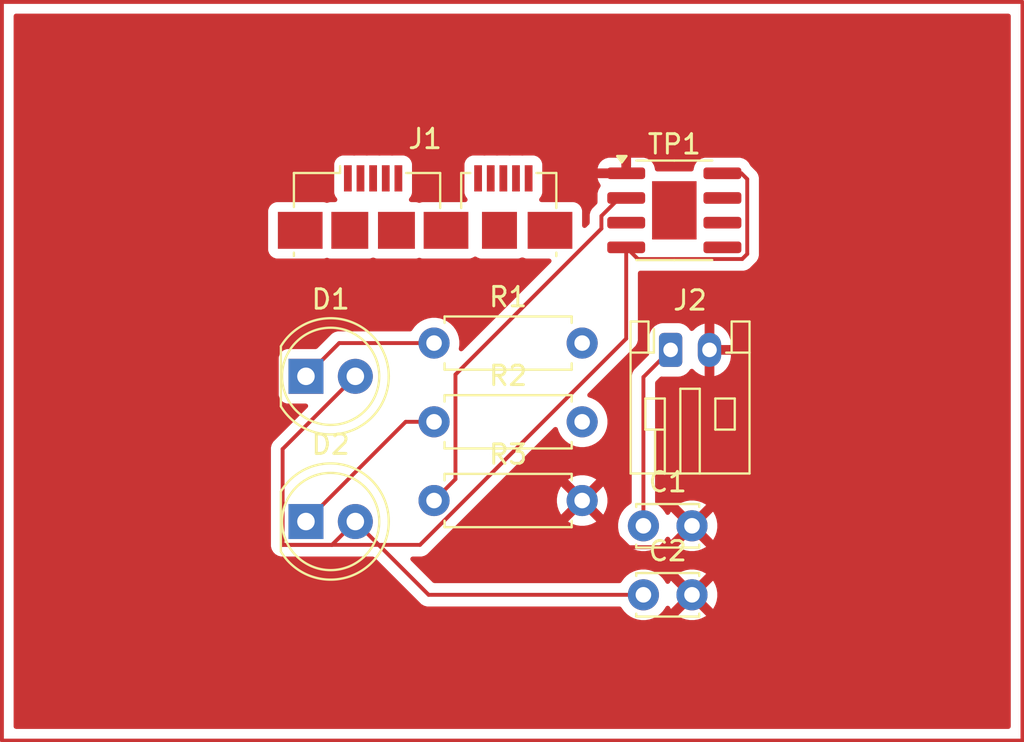
<source format=kicad_pcb>
(kicad_pcb (version 20241229) (generator "pcbnew") (generator_version "9.0")
  (layers (0 "F.Cu" signal) (2 "B.Cu" signal) (13 "F.Paste" user) (15 "B.Paste" user) (5 "F.SilkS" user "F.Silkscreen") (7 "B.SilkS" user "B.Silkscreen") (1 "F.Mask" user) (3 "B.Mask" user) (25 "Edge.Cuts" user))
  (net 0 "")
  (net 1 "GND")
  (net 2 "VD")
  (net 3 "VCC")
  (net 4 "Net-(D1-K)")
  (net 5 "Net-(D2-K)")
  (net 6 "Net-(TP1-CHRG)")
  (net 7 "Net-(TP1-STDBY)")
  (net 8 "Net-(TP1-PROG)")
  (footprint "Capacitor_THT:C_Disc_D3.0mm_W2.0mm_P2.50mm" (layer "F.Cu") (at 143.5 100.5)
    (property "Reference" "C2" (at 1.25 -2.25 0) (layer "F.SilkS"))
    (property "Value" "10 uf")
    (fp_line (start -0.37 -1.12) (end -0.37 -0.972) (stroke (width 0.12)) (layer "F.SilkS"))
    (fp_line (start -0.37 -1.12) (end 2.87 -1.12) (stroke (width 0.12)) (layer "F.SilkS"))
    (fp_line (start -0.37 0.972) (end -0.37 1.12) (stroke (width 0.12)) (layer "F.SilkS"))
    (fp_line (start -0.37 1.12) (end 2.87 1.12) (stroke (width 0.12)) (layer "F.SilkS"))
    (fp_line (start 2.87 -1.12) (end 2.87 -0.972) (stroke (width 0.12)) (layer "F.SilkS"))
    (fp_line (start 2.87 0.972) (end 2.87 1.12) (stroke (width 0.12)) (layer "F.SilkS"))
    (pad "1" thru_hole circle (at 0 0) (size 1.6 1.6) (drill 0.8) (layers "*.Cu" "*.Mask") (net 3 "VCC"))
    (pad "2" thru_hole circle (at 2.5 0) (size 1.6 1.6) (drill 0.8) (layers "*.Cu" "*.Mask") (net 1 "GND"))
  )
  (footprint "Connector_USB:USB3_Micro-B_Connfly_DS1104-01" (layer "F.Cu") (at 132.27 80.55)
    (property "Reference" "J1" (at 0 -3.507 0) (layer "F.SilkS"))
    (property "Value" "USB_C_Receptacle_PowerOnly_6P")
    (fp_line (start -6.75 -1.75) (end -6.75 0) (stroke (width 0.12)) (layer "F.SilkS"))
    (fp_line (start -6.75 2.35) (end -6.75 2.525) (stroke (width 0.12)) (layer "F.SilkS"))
    (fp_line (start -4.375 -2.1) (end -4.375 -1.75) (stroke (width 0.12)) (layer "F.SilkS"))
    (fp_line (start -4.375 -1.75) (end -6.75 -1.75) (stroke (width 0.12)) (layer "F.SilkS"))
    (fp_line (start 0.775 -1.75) (end -0.975 -1.75) (stroke (width 0.12)) (layer "F.SilkS"))
    (fp_line (start 0.775 -1.75) (end 0.775 0.05) (stroke (width 0.12)) (layer "F.SilkS"))
    (fp_line (start 1.855 -1.75) (end 1.855 0.05) (stroke (width 0.12)) (layer "F.SilkS"))
    (fp_line (start 2.325 -1.75) (end 1.855 -1.75) (stroke (width 0.12)) (layer "F.SilkS"))
    (fp_line (start 5.725 -1.75) (end 6.75 -1.75) (stroke (width 0.12)) (layer "F.SilkS"))
    (fp_line (start 6.75 -1.75) (end 6.75 0.05) (stroke (width 0.12)) (layer "F.SilkS"))
    (fp_line (start 6.75 2.35) (end 6.75 2.525) (stroke (width 0.12)) (layer "F.SilkS"))
    (pad "1" smd rect (at -3.975 -1.475) (size 0.4 1.35) (layers "F.Cu" "F.Mask" "F.Paste"))
    (pad "2" smd rect (at -3.325 -1.475) (size 0.4 1.35) (layers "F.Cu" "F.Mask" "F.Paste"))
    (pad "3" smd rect (at -2.675 -1.475) (size 0.4 1.35) (layers "F.Cu" "F.Mask" "F.Paste"))
    (pad "4" smd rect (at -2.025 -1.475) (size 0.4 1.35) (layers "F.Cu" "F.Mask" "F.Paste"))
    (pad "5" smd rect (at -1.375 -1.475) (size 0.4 1.35) (layers "F.Cu" "F.Mask" "F.Paste"))
    (pad "6" smd rect (at 2.725 -1.475) (size 0.4 1.35) (layers "F.Cu" "F.Mask" "F.Paste"))
    (pad "7" smd rect (at 3.375 -1.475) (size 0.4 1.35) (layers "F.Cu" "F.Mask" "F.Paste"))
    (pad "8" smd rect (at 4.025 -1.475) (size 0.4 1.35) (layers "F.Cu" "F.Mask" "F.Paste"))
    (pad "9" smd rect (at 4.675 -1.475) (size 0.4 1.35) (layers "F.Cu" "F.Mask" "F.Paste"))
    (pad "10" smd rect (at 5.325 -1.475) (size 0.4 1.35) (layers "F.Cu" "F.Mask" "F.Paste"))
    (pad "11" smd rect (at -6.425 1.2) (size 2.3 1.9) (layers "F.Cu" "F.Mask" "F.Paste"))
    (pad "11" smd rect (at -3.875 1.2) (size 1.9 1.9) (layers "F.Cu" "F.Mask" "F.Paste"))
    (pad "11" smd rect (at -1.475 1.2) (size 1.9 1.9) (layers "F.Cu" "F.Mask" "F.Paste"))
    (pad "11" smd rect (at 1.075 1.2) (size 2.3 1.9) (layers "F.Cu" "F.Mask" "F.Paste"))
    (pad "11" smd rect (at 3.825 1.2) (size 1.8 1.9) (layers "F.Cu" "F.Mask" "F.Paste"))
    (pad "11" smd rect (at 6.425 1.2) (size 2.3 1.9) (layers "F.Cu" "F.Mask" "F.Paste"))
  )
  (footprint "Resistor_THT:R_Axial_DIN0207_L6.3mm_D2.5mm_P7.62mm_Horizontal" (layer "F.Cu") (at 132.73 95.65)
    (property "Reference" "R3" (at 3.81 -2.37 0) (layer "F.SilkS"))
    (property "Value" "10k")
    (fp_line (start 0.54 -1.37) (end 7.08 -1.37) (stroke (width 0.12)) (layer "F.SilkS"))
    (fp_line (start 0.54 -1.04) (end 0.54 -1.37) (stroke (width 0.12)) (layer "F.SilkS"))
    (fp_line (start 0.54 1.04) (end 0.54 1.37) (stroke (width 0.12)) (layer "F.SilkS"))
    (fp_line (start 0.54 1.37) (end 7.08 1.37) (stroke (width 0.12)) (layer "F.SilkS"))
    (fp_line (start 7.08 -1.37) (end 7.08 -1.04) (stroke (width 0.12)) (layer "F.SilkS"))
    (fp_line (start 7.08 1.37) (end 7.08 1.04) (stroke (width 0.12)) (layer "F.SilkS"))
    (pad "1" thru_hole circle (at 0 0) (size 1.6 1.6) (drill 0.8) (layers "*.Cu" "*.Mask") (net 8 "Net-(TP1-PROG)"))
    (pad "2" thru_hole circle (at 7.62 0) (size 1.6 1.6) (drill 0.8) (layers "*.Cu" "*.Mask") (net 1 "GND"))
  )
  (footprint "Resistor_THT:R_Axial_DIN0207_L6.3mm_D2.5mm_P7.62mm_Horizontal" (layer "F.Cu") (at 132.73 91.6)
    (property "Reference" "R2" (at 3.81 -2.37 0) (layer "F.SilkS"))
    (property "Value" "100")
    (fp_line (start 0.54 -1.37) (end 7.08 -1.37) (stroke (width 0.12)) (layer "F.SilkS"))
    (fp_line (start 0.54 -1.04) (end 0.54 -1.37) (stroke (width 0.12)) (layer "F.SilkS"))
    (fp_line (start 0.54 1.04) (end 0.54 1.37) (stroke (width 0.12)) (layer "F.SilkS"))
    (fp_line (start 0.54 1.37) (end 7.08 1.37) (stroke (width 0.12)) (layer "F.SilkS"))
    (fp_line (start 7.08 -1.37) (end 7.08 -1.04) (stroke (width 0.12)) (layer "F.SilkS"))
    (fp_line (start 7.08 1.37) (end 7.08 1.04) (stroke (width 0.12)) (layer "F.SilkS"))
    (pad "1" thru_hole circle (at 0 0) (size 1.6 1.6) (drill 0.8) (layers "*.Cu" "*.Mask") (net 5 "Net-(D2-K)"))
    (pad "2" thru_hole circle (at 7.62 0) (size 1.6 1.6) (drill 0.8) (layers "*.Cu" "*.Mask") (net 7 "Net-(TP1-STDBY)"))
  )
  (footprint "LED_THT:LED_D5.0mm" (layer "F.Cu") (at 126.14 96.73)
    (property "Reference" "D2" (at 1.27 -3.96 0) (layer "F.SilkS"))
    (property "Value" "LED")
    (fp_line (start -1.29 -1.545) (end -1.29 1.545) (stroke (width 0.12)) (layer "F.SilkS"))
    (fp_arc (start -1.29 -1.54483) (mid 2.071779 -2.880495) (end 4.26 0) (stroke (width 0.12)) (layer "F.SilkS"))
    (fp_arc (start 4.26 0) (mid 2.071779 2.880495) (end -1.29 1.54483) (stroke (width 0.12)) (layer "F.SilkS"))
    (fp_circle (center 1.27 0) (end 3.77 0) (stroke (width 0.12)) (fill no) (layer "F.SilkS"))
    (pad "1" thru_hole rect (at 0 0) (size 1.8 1.8) (drill 0.9) (layers "*.Cu" "*.Mask") (net 5 "Net-(D2-K)"))
    (pad "2" thru_hole circle (at 2.54 0) (size 1.8 1.8) (drill 0.9) (layers "*.Cu" "*.Mask") (net 3 "VCC"))
  )
  (footprint "LED_THT:LED_D5.0mm" (layer "F.Cu") (at 126.14 89.26)
    (property "Reference" "D1" (at 1.27 -3.96 0) (layer "F.SilkS"))
    (property "Value" "LED")
    (fp_line (start -1.29 -1.545) (end -1.29 1.545) (stroke (width 0.12)) (layer "F.SilkS"))
    (fp_arc (start -1.29 -1.54483) (mid 2.071779 -2.880495) (end 4.26 0) (stroke (width 0.12)) (layer "F.SilkS"))
    (fp_arc (start 4.26 0) (mid 2.071779 2.880495) (end -1.29 1.54483) (stroke (width 0.12)) (layer "F.SilkS"))
    (fp_circle (center 1.27 0) (end 3.77 0) (stroke (width 0.12)) (fill no) (layer "F.SilkS"))
    (pad "1" thru_hole rect (at 0 0) (size 1.8 1.8) (drill 0.9) (layers "*.Cu" "*.Mask") (net 4 "Net-(D1-K)"))
    (pad "2" thru_hole circle (at 2.54 0) (size 1.8 1.8) (drill 0.9) (layers "*.Cu" "*.Mask") (net 3 "VCC"))
  )
  (footprint "Connector_JST:JST_PH_S2B-PH-K_1x02_P2.00mm_Horizontal" (layer "F.Cu") (at 144.9 87.9)
    (property "Reference" "J2" (at 1 -2.55 0) (layer "F.SilkS"))
    (property "Value" "Conn_01x02_Pin")
    (fp_line (start -2.06 -1.46) (end -2.06 6.36) (stroke (width 0.12)) (layer "F.SilkS"))
    (fp_line (start -2.06 0.14) (end -1.14 0.14) (stroke (width 0.12)) (layer "F.SilkS"))
    (fp_line (start -2.06 6.36) (end 4.06 6.36) (stroke (width 0.12)) (layer "F.SilkS"))
    (fp_line (start -1.3 2.5) (end -1.3 4.1) (stroke (width 0.12)) (layer "F.SilkS"))
    (fp_line (start -1.3 4.1) (end -0.3 4.1) (stroke (width 0.12)) (layer "F.SilkS"))
    (fp_line (start -1.14 -1.46) (end -2.06 -1.46) (stroke (width 0.12)) (layer "F.SilkS"))
    (fp_line (start -1.14 0.14) (end -1.14 -1.46) (stroke (width 0.12)) (layer "F.SilkS"))
    (fp_line (start -0.86 0.14) (end -1.14 0.14) (stroke (width 0.12)) (layer "F.SilkS"))
    (fp_line (start -0.86 0.14) (end -0.86 -1.075) (stroke (width 0.12)) (layer "F.SilkS"))
    (fp_line (start -0.8 4.1) (end -0.8 6.36) (stroke (width 0.12)) (layer "F.SilkS"))
    (fp_line (start -0.3 2.5) (end -1.3 2.5) (stroke (width 0.12)) (layer "F.SilkS"))
    (fp_line (start -0.3 4.1) (end -0.3 2.5) (stroke (width 0.12)) (layer "F.SilkS"))
    (fp_line (start -0.3 4.1) (end -0.3 6.36) (stroke (width 0.12)) (layer "F.SilkS"))
    (fp_line (start 0.5 2) (end 1.5 2) (stroke (width 0.12)) (layer "F.SilkS"))
    (fp_line (start 0.5 6.36) (end 0.5 2) (stroke (width 0.12)) (layer "F.SilkS"))
    (fp_line (start 1.5 2) (end 1.5 6.36) (stroke (width 0.12)) (layer "F.SilkS"))
    (fp_line (start 2.3 2.5) (end 3.3 2.5) (stroke (width 0.12)) (layer "F.SilkS"))
    (fp_line (start 2.3 4.1) (end 2.3 2.5) (stroke (width 0.12)) (layer "F.SilkS"))
    (fp_line (start 3.14 -1.46) (end 3.14 0.14) (stroke (width 0.12)) (layer "F.SilkS"))
    (fp_line (start 3.14 0.14) (end 2.86 0.14) (stroke (width 0.12)) (layer "F.SilkS"))
    (fp_line (start 3.3 2.5) (end 3.3 4.1) (stroke (width 0.12)) (layer "F.SilkS"))
    (fp_line (start 3.3 4.1) (end 2.3 4.1) (stroke (width 0.12)) (layer "F.SilkS"))
    (fp_line (start 4.06 -1.46) (end 3.14 -1.46) (stroke (width 0.12)) (layer "F.SilkS"))
    (fp_line (start 4.06 0.14) (end 3.14 0.14) (stroke (width 0.12)) (layer "F.SilkS"))
    (fp_line (start 4.06 6.36) (end 4.06 -1.46) (stroke (width 0.12)) (layer "F.SilkS"))
    (pad "1" thru_hole roundrect (at 0 0) (size 1.2 1.75) (drill 0.75) (layers "*.Cu" "*.Mask") (roundrect_rratio 0.208333) (net 2 "VD"))
    (pad "2" thru_hole oval (at 2 0) (size 1.2 1.75) (drill 0.75) (layers "*.Cu" "*.Mask") (net 1 "GND"))
  )
  (footprint "Package_SO:SOIC-8-1EP_3.9x4.9mm_P1.27mm_EP2.29x3mm" (layer "F.Cu") (at 145.09 80.72)
    (property "Reference" "TP1" (at 0 -3.4 0) (layer "F.SilkS"))
    (property "Value" "~")
    (fp_line (start 0 -2.56) (end -1.95 -2.56) (stroke (width 0.12)) (layer "F.SilkS"))
    (fp_line (start 0 -2.56) (end 1.95 -2.56) (stroke (width 0.12)) (layer "F.SilkS"))
    (fp_line (start 0 2.56) (end -1.95 2.56) (stroke (width 0.12)) (layer "F.SilkS"))
    (fp_line (start 0 2.56) (end 1.95 2.56) (stroke (width 0.12)) (layer "F.SilkS"))
    (fp_poly (pts (xy -2.7 -2.465) (xy -2.94 -2.795) (xy -2.46 -2.795)) (stroke (width 0.12)) (fill yes) (layer "F.SilkS"))
    (pad "1" smd roundrect (at -2.475 -1.905) (size 1.95 0.6) (layers "F.Cu" "F.Mask" "F.Paste") (net 1 "GND"))
    (pad "2" smd roundrect (at -2.475 -0.635) (size 1.95 0.6) (layers "F.Cu" "F.Mask" "F.Paste") (net 8 "Net-(TP1-PROG)"))
    (pad "3" smd roundrect (at -2.475 0.635) (size 1.95 0.6) (layers "F.Cu" "F.Mask" "F.Paste") (net 1 "GND"))
    (pad "4" smd roundrect (at -2.475 1.905) (size 1.95 0.6) (layers "F.Cu" "F.Mask" "F.Paste") (net 3 "VCC"))
    (pad "5" smd roundrect (at 2.475 1.905) (size 1.95 0.6) (layers "F.Cu" "F.Mask" "F.Paste") (net 7 "Net-(TP1-STDBY)"))
    (pad "6" smd roundrect (at 2.475 0.635) (size 1.95 0.6) (layers "F.Cu" "F.Mask" "F.Paste"))
    (pad "7" smd roundrect (at 2.475 -0.635) (size 1.95 0.6) (layers "F.Cu" "F.Mask" "F.Paste") (net 6 "Net-(TP1-CHRG)"))
    (pad "8" smd roundrect (at 2.475 -1.905) (size 1.95 0.6) (layers "F.Cu" "F.Mask" "F.Paste") (net 3 "VCC"))
    (pad "9" smd rect (at 0 0) (size 2.29 3) (property pad_prop_heatsink) (layers "F.Cu" "F.Mask"))
  )
  (footprint "Resistor_THT:R_Axial_DIN0207_L6.3mm_D2.5mm_P7.62mm_Horizontal" (layer "F.Cu") (at 132.73 87.55)
    (property "Reference" "R1" (at 3.81 -2.37 0) (layer "F.SilkS"))
    (property "Value" "100")
    (fp_line (start 0.54 -1.37) (end 7.08 -1.37) (stroke (width 0.12)) (layer "F.SilkS"))
    (fp_line (start 0.54 -1.04) (end 0.54 -1.37) (stroke (width 0.12)) (layer "F.SilkS"))
    (fp_line (start 0.54 1.04) (end 0.54 1.37) (stroke (width 0.12)) (layer "F.SilkS"))
    (fp_line (start 0.54 1.37) (end 7.08 1.37) (stroke (width 0.12)) (layer "F.SilkS"))
    (fp_line (start 7.08 -1.37) (end 7.08 -1.04) (stroke (width 0.12)) (layer "F.SilkS"))
    (fp_line (start 7.08 1.37) (end 7.08 1.04) (stroke (width 0.12)) (layer "F.SilkS"))
    (pad "1" thru_hole circle (at 0 0) (size 1.6 1.6) (drill 0.8) (layers "*.Cu" "*.Mask") (net 4 "Net-(D1-K)"))
    (pad "2" thru_hole circle (at 7.62 0) (size 1.6 1.6) (drill 0.8) (layers "*.Cu" "*.Mask") (net 6 "Net-(TP1-CHRG)"))
  )
  (footprint "Capacitor_THT:C_Disc_D3.0mm_W2.0mm_P2.50mm" (layer "F.Cu") (at 143.5 96.95)
    (property "Reference" "C1" (at 1.25 -2.25 0) (layer "F.SilkS"))
    (property "Value" "10 uf")
    (fp_line (start -0.37 -1.12) (end -0.37 -0.972) (stroke (width 0.12)) (layer "F.SilkS"))
    (fp_line (start -0.37 -1.12) (end 2.87 -1.12) (stroke (width 0.12)) (layer "F.SilkS"))
    (fp_line (start -0.37 0.972) (end -0.37 1.12) (stroke (width 0.12)) (layer "F.SilkS"))
    (fp_line (start -0.37 1.12) (end 2.87 1.12) (stroke (width 0.12)) (layer "F.SilkS"))
    (fp_line (start 2.87 -1.12) (end 2.87 -0.972) (stroke (width 0.12)) (layer "F.SilkS"))
    (fp_line (start 2.87 0.972) (end 2.87 1.12) (stroke (width 0.12)) (layer "F.SilkS"))
    (pad "1" thru_hole circle (at 0 0) (size 1.6 1.6) (drill 0.8) (layers "*.Cu" "*.Mask") (net 2 "VD"))
    (pad "2" thru_hole circle (at 2.5 0) (size 1.6 1.6) (drill 0.8) (layers "*.Cu" "*.Mask") (net 1 "GND"))
  )
  (gr_rect (start 110.5 70) (end 163 108) (stroke (width 0.2)) (fill no) (layer "F.Cu"))
  (segment (start 140.35 95.65) (end 142.751 98.051) (width 0.2) (layer "F.Cu") (net 1))
  (segment (start 146.9 87.9) (end 146.9 96.05) (width 0.2) (layer "F.Cu") (net 1))
  (segment (start 146.9 96.05) (end 146 96.95) (width 0.2) (layer "F.Cu") (net 1))
  (segment (start 142.751 98.051) (end 144.899 98.051) (width 0.2) (layer "F.Cu") (net 1))
  (segment (start 144.899 98.051) (end 146 96.95) (width 0.2) (layer "F.Cu") (net 1))
  (segment (start 143.5 96.95) (end 143.5 89.3) (width 0.2) (layer "F.Cu") (net 2))
  (segment (start 143.5 89.3) (end 144.9 87.9) (width 0.2) (layer "F.Cu") (net 2))
  (segment (start 124.939 97.931) (end 132.00605 97.931) (width 0.2) (layer "F.Cu") (net 3))
  (segment (start 148.841 79.116001) (end 148.539999 78.815) (width 0.2) (layer "F.Cu") (net 3))
  (segment (start 142.615 87.32205) (end 142.615 82.625) (width 0.2) (layer "F.Cu") (net 3))
  (segment (start 132.45 100.5) (end 143.5 100.5) (width 0.2) (layer "F.Cu") (net 3))
  (segment (start 142.615 82.625) (end 143.216 83.226) (width 0.2) (layer "F.Cu") (net 3))
  (segment (start 148.841 82.965968) (end 148.841 79.116001) (width 0.2) (layer "F.Cu") (net 3))
  (segment (start 128.68 89.26) (end 124.939 93.001) (width 0.2) (layer "F.Cu") (net 3))
  (segment (start 127.479 97.931) (end 128.68 96.73) (width 0.2) (layer "F.Cu") (net 3))
  (segment (start 148.539999 78.815) (end 147.565 78.815) (width 0.2) (layer "F.Cu") (net 3))
  (segment (start 143.216 83.226) (end 148.580968 83.226) (width 0.2) (layer "F.Cu") (net 3))
  (segment (start 132.00605 97.931) (end 142.615 87.32205) (width 0.2) (layer "F.Cu") (net 3))
  (segment (start 128.68 96.73) (end 132.45 100.5) (width 0.2) (layer "F.Cu") (net 3))
  (segment (start 124.939 93.001) (end 124.939 97.931) (width 0.2) (layer "F.Cu") (net 3))
  (segment (start 148.580968 83.226) (end 148.841 82.965968) (width 0.2) (layer "F.Cu") (net 3))
  (segment (start 124.939 97.931) (end 127.479 97.931) (width 0.2) (layer "F.Cu") (net 3))
  (segment (start 126.14 89.26) (end 127.85 87.55) (width 0.2) (layer "F.Cu") (net 4))
  (segment (start 127.85 87.55) (end 132.73 87.55) (width 0.2) (layer "F.Cu") (net 4))
  (segment (start 126.14 96.73) (end 131.27 91.6) (width 0.2) (layer "F.Cu") (net 5))
  (segment (start 131.27 91.6) (end 132.73 91.6) (width 0.2) (layer "F.Cu") (net 5))
  (segment (start 133.831 89.169) (end 141.339 81.661) (width 0.2) (layer "F.Cu") (net 8))
  (segment (start 142.268032 80.085) (end 142.615 80.085) (width 0.2) (layer "F.Cu") (net 8))
  (segment (start 141.339 81.014032) (end 142.268032 80.085) (width 0.2) (layer "F.Cu") (net 8))
  (segment (start 141.339 81.661) (end 141.339 81.014032) (width 0.2) (layer "F.Cu") (net 8))
  (segment (start 133.831 94.549) (end 133.831 89.169) (width 0.2) (layer "F.Cu") (net 8))
  (segment (start 132.73 95.65) (end 133.831 94.549) (width 0.2) (layer "F.Cu") (net 8))
  (zone (net 1) (net_name "GND") (layer "F.Cu") (connect_pads (clearance 0.5)) (min_thickness 0.25) (fill yes (thermal_gap 0.5) (thermal_bridge_width 0.5))
    (polygon (pts (xy 110.5 70) (xy 163 70) (xy 163 108) (xy 110.5 108)))
  )
)
</source>
